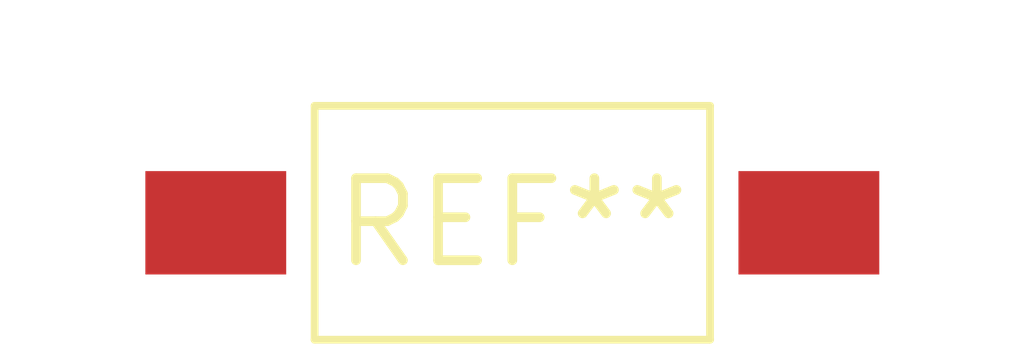
<source format=kicad_pcb>
(kicad_pcb (version 20240108) (generator pcbnew)
  (layers (0 "F.Cu" signal) (31 "B.Cu" signal) (34 "B.Paste" user) (35 "F.Paste" user) (36 "B.SilkS" user "B.Silkscreen") (37 "F.SilkS" user "F.Silkscreen") (38 "B.Mask" user) (39 "F.Mask" user) (44 "Edge.Cuts" user))
  (net 0 "")
  (footprint "SW_SPST_FSMSM" (layer "F.Cu") (at 0 0)
    (property "Reference" "REF**")
    (property "Value" "SW_SPST_FSMSM")
    (fp_line (start -3.06 -1.81) (end 3.06 -1.81) (layer "F.SilkS") (stroke (width 0.12)))
    (fp_line (start -3.06 1.81) (end -3.06 -1.81) (layer "F.SilkS") (stroke (width 0.12)))
    (fp_line (start 3.06 -1.81) (end 3.06 1.81) (layer "F.SilkS") (stroke (width 0.12)))
    (fp_line (start 3.06 1.81) (end -3.06 1.81) (layer "F.SilkS") (stroke (width 0.12)))
    (pad "1" smd rect (at -4.59 0) (size 2.18 1.6) (layers "F.Cu" "F.Paste" "F.Mask"))
    (pad "2" smd rect (at 4.59 0) (size 2.18 1.6) (layers "F.Cu" "F.Paste" "F.Mask"))
  )
)
</source>
